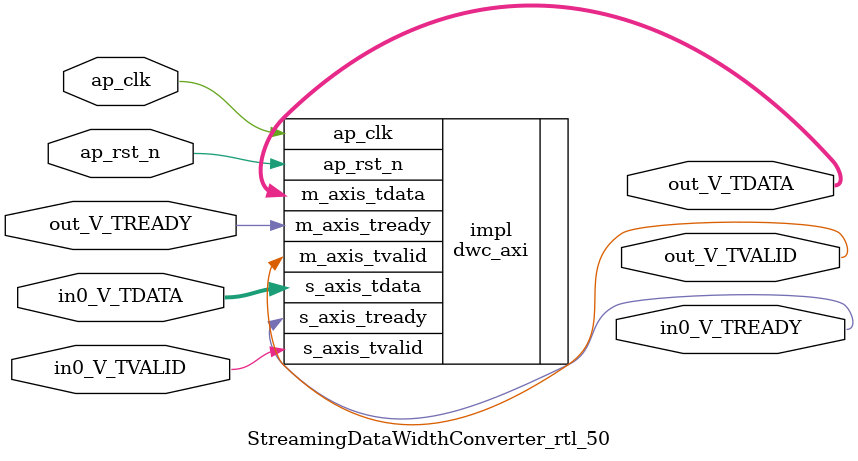
<source format=v>
/******************************************************************************
 * Copyright (C) 2023, Advanced Micro Devices, Inc.
 * All rights reserved.
 *
 * Redistribution and use in source and binary forms, with or without
 * modification, are permitted provided that the following conditions are met:
 *
 *  1. Redistributions of source code must retain the above copyright notice,
 *     this list of conditions and the following disclaimer.
 *
 *  2. Redistributions in binary form must reproduce the above copyright
 *     notice, this list of conditions and the following disclaimer in the
 *     documentation and/or other materials provided with the distribution.
 *
 *  3. Neither the name of the copyright holder nor the names of its
 *     contributors may be used to endorse or promote products derived from
 *     this software without specific prior written permission.
 *
 * THIS SOFTWARE IS PROVIDED BY THE COPYRIGHT HOLDERS AND CONTRIBUTORS "AS IS"
 * AND ANY EXPRESS OR IMPLIED WARRANTIES, INCLUDING, BUT NOT LIMITED TO,
 * THE IMPLIED WARRANTIES OF MERCHANTABILITY AND FITNESS FOR A PARTICULAR
 * PURPOSE ARE DISCLAIMED. IN NO EVENT SHALL THE COPYRIGHT HOLDER OR
 * CONTRIBUTORS BE LIABLE FOR ANY DIRECT, INDIRECT, INCIDENTAL, SPECIAL,
 * EXEMPLARY, OR CONSEQUENTIAL DAMAGES (INCLUDING, BUT NOT LIMITED TO,
 * PROCUREMENT OF SUBSTITUTE GOODS OR SERVICES; LOSS OF USE, DATA, OR PROFITS;
 * OR BUSINESS INTERRUPTION). HOWEVER CAUSED AND ON ANY THEORY OF LIABILITY,
 * WHETHER IN CONTRACT, STRICT LIABILITY, OR TORT (INCLUDING NEGLIGENCE OR
 * OTHERWISE) ARISING IN ANY WAY OUT OF THE USE OF THIS SOFTWARE, EVEN IF
 * ADVISED OF THE POSSIBILITY OF SUCH DAMAGE.
 *****************************************************************************/

module StreamingDataWidthConverter_rtl_50 #(
	parameter  IBITS = 5,
	parameter  OBITS = 40,

	parameter  AXI_IBITS = (IBITS+7)/8 * 8,
	parameter  AXI_OBITS = (OBITS+7)/8 * 8
)(
	//- Global Control ------------------
	(* X_INTERFACE_INFO = "xilinx.com:signal:clock:1.0 ap_clk CLK" *)
	(* X_INTERFACE_PARAMETER = "ASSOCIATED_BUSIF in0_V:out_V, ASSOCIATED_RESET ap_rst_n" *)
	input	ap_clk,
	(* X_INTERFACE_PARAMETER = "POLARITY ACTIVE_LOW" *)
	input	ap_rst_n,

	//- AXI Stream - Input --------------
	output	in0_V_TREADY,
	input	in0_V_TVALID,
	input	[AXI_IBITS-1:0]  in0_V_TDATA,

	//- AXI Stream - Output -------------
	input	out_V_TREADY,
	output	out_V_TVALID,
	output	[AXI_OBITS-1:0]  out_V_TDATA
);

	dwc_axi #(
		.IBITS(IBITS),
		.OBITS(OBITS)
	) impl (
		.ap_clk(ap_clk),
		.ap_rst_n(ap_rst_n),
		.s_axis_tready(in0_V_TREADY),
		.s_axis_tvalid(in0_V_TVALID),
		.s_axis_tdata(in0_V_TDATA),
		.m_axis_tready(out_V_TREADY),
		.m_axis_tvalid(out_V_TVALID),
		.m_axis_tdata(out_V_TDATA)
	);

endmodule

</source>
